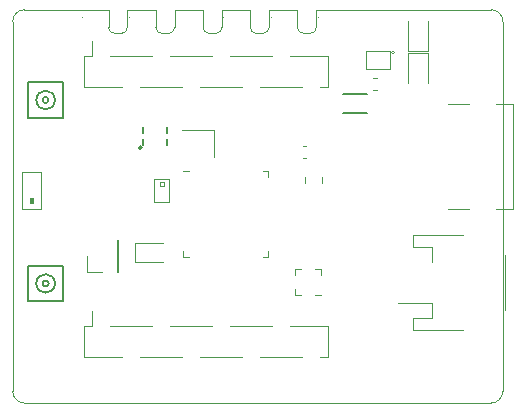
<source format=gbr>
G04 #@! TF.GenerationSoftware,KiCad,Pcbnew,(5.0.0)*
G04 #@! TF.CreationDate,2020-08-24T16:31:51+08:00*
G04 #@! TF.ProjectId,LeashPCB,4C656173685043422E6B696361645F70,B*
G04 #@! TF.SameCoordinates,Original*
G04 #@! TF.FileFunction,Legend,Top*
G04 #@! TF.FilePolarity,Positive*
%FSLAX46Y46*%
G04 Gerber Fmt 4.6, Leading zero omitted, Abs format (unit mm)*
G04 Created by KiCad (PCBNEW (5.0.0)) date 08/24/20 16:31:51*
%MOMM*%
%LPD*%
G01*
G04 APERTURE LIST*
%ADD10C,0.025400*%
%ADD11C,0.120000*%
%ADD12C,0.150000*%
%ADD13C,0.127000*%
%ADD14C,0.080000*%
%ADD15C,0.100000*%
G04 APERTURE END LIST*
D10*
X41500007Y1000000D02*
X41500007Y32300000D01*
X24114006Y33300010D02*
X21714004Y33300010D01*
X12113998Y33300010D02*
X9714004Y33300010D01*
X16114006Y33300010D02*
X13714004Y33300010D01*
X20114006Y33300010D02*
X17714004Y33300010D01*
X0Y32300009D02*
G75*
G02X999999Y33300010I1000000J1D01*
G01*
X1000000Y0D02*
G75*
G02X0Y1000000I0J1000000D01*
G01*
X25714004Y31800010D02*
G75*
G02X25214004Y31300010I-500000J0D01*
G01*
X24614006Y31300010D02*
G75*
G02X24114006Y31800010I0J500000D01*
G01*
X21714004Y31800010D02*
G75*
G02X21214004Y31300010I-500000J0D01*
G01*
X20614006Y31300010D02*
G75*
G02X20114006Y31800010I0J500000D01*
G01*
X17714004Y31800010D02*
G75*
G02X17214004Y31300010I-500000J0D01*
G01*
X9714004Y31800010D02*
G75*
G02X9214004Y31300010I-500000J0D01*
G01*
X8614006Y31300010D02*
G75*
G02X8114006Y31800010I0J500000D01*
G01*
X41500007Y1000000D02*
G75*
G02X40500007Y0I-1000000J0D01*
G01*
X40500007Y33300010D02*
G75*
G02X41500007Y32300000I0J-1000000D01*
G01*
X12613998Y31300010D02*
G75*
G02X12113998Y31800010I0J500000D01*
G01*
X13714004Y31800010D02*
G75*
G02X13214004Y31300010I-500000J0D01*
G01*
X16614006Y31300010D02*
G75*
G02X16114006Y31800010I0J500000D01*
G01*
X25714004Y31800010D02*
X25714004Y33300010D01*
X24114006Y33300010D02*
X24114006Y31800010D01*
X21714004Y31800010D02*
X21714004Y33300010D01*
X20614006Y31300010D02*
X21214004Y31300010D01*
X20114006Y33300010D02*
X20114006Y31800010D01*
X17714004Y31800010D02*
X17714004Y33300010D01*
X16114006Y33300010D02*
X16114006Y31800010D01*
X40500007Y33300010D02*
X25714004Y33300010D01*
X8113998Y33300010D02*
X1000000Y33300010D01*
X24614006Y31300010D02*
X25214004Y31300010D01*
X8113998Y33300010D02*
X8113998Y31800010D01*
X8614006Y31300010D02*
X9214004Y31300010D01*
X9714004Y31800010D02*
X9714004Y33300010D01*
X16614006Y31300010D02*
X17214004Y31300010D01*
X13714004Y31800010D02*
X13714004Y33300010D01*
X12613998Y31300010D02*
X13214004Y31300010D01*
X1000000Y0D02*
X40500007Y0D01*
X0Y32300010D02*
X0Y1000000D01*
X12113998Y33300010D02*
X12113998Y31800010D01*
D11*
G04 #@! TO.C,U9*
X26094005Y9135605D02*
X26094005Y9135605D01*
X25594005Y9135605D02*
X26094005Y9135605D01*
X26094005Y10835605D02*
X26094005Y10835605D01*
X26094005Y11335605D02*
X26094005Y10835605D01*
X25594005Y11335605D02*
X26094005Y11335605D01*
X24394005Y11335605D02*
X24394005Y11335605D01*
X23894005Y11335605D02*
X24394005Y11335605D01*
X23894005Y10835605D02*
X23894005Y11335605D01*
X23894005Y9635605D02*
X23894005Y9635605D01*
X23894005Y9135605D02*
X23894005Y9635605D01*
X24394005Y9135605D02*
X23894005Y9135605D01*
G04 #@! TO.C,AE2*
X6270000Y11120000D02*
X6270000Y12450000D01*
X7600000Y11120000D02*
X6270000Y11120000D01*
X8870000Y11120000D02*
X8870000Y13780000D01*
X8870000Y13780000D02*
X8930000Y13780000D01*
X8870000Y11120000D02*
X8930000Y11120000D01*
X8930000Y11120000D02*
X8930000Y13780000D01*
D12*
G04 #@! TO.C,J6*
X3575574Y25650000D02*
G75*
G03X3575574Y25650000I-790569J0D01*
G01*
X3035005Y25650000D02*
G75*
G03X3035005Y25650000I-250000J0D01*
G01*
X1285005Y27150000D02*
X4285005Y27150000D01*
X4285005Y27150000D02*
X4285005Y24150000D01*
X4285005Y24150000D02*
X1285005Y24150000D01*
X1285005Y24150000D02*
X1285005Y27150000D01*
D11*
G04 #@! TO.C,C12*
X30862779Y26465000D02*
X30537221Y26465000D01*
X30862779Y27485000D02*
X30537221Y27485000D01*
D12*
G04 #@! TO.C,L2*
X30000000Y24550000D02*
X28000000Y24550000D01*
X28000000Y26150000D02*
X30000000Y26150000D01*
D13*
G04 #@! TO.C,U5*
X11040005Y21850000D02*
X11040005Y22350000D01*
X13040005Y22350000D02*
X13040005Y21850000D01*
X13040005Y23350000D02*
X13040005Y22850000D01*
X11040005Y23350000D02*
X11040005Y22850000D01*
D12*
X10940005Y21600000D02*
G75*
G03X10940005Y21600000I-150000J0D01*
G01*
D14*
G04 #@! TO.C,U3*
X31925000Y28300000D02*
X31925000Y29800000D01*
X29925000Y28300000D02*
X31925000Y28300000D01*
X29925000Y29800000D02*
X29925000Y28300000D01*
X31925000Y29800000D02*
X29925000Y29800000D01*
D11*
X32295000Y29685000D02*
G75*
G03X32295000Y29685000I-100000J0D01*
G01*
G04 #@! TO.C,P1*
X42343505Y25324105D02*
X42343505Y16384105D01*
X36833505Y25324105D02*
X38633505Y25324105D01*
X42343505Y25324105D02*
X40883505Y25324105D01*
X42343505Y16384105D02*
X40883505Y16384105D01*
X36833505Y16384105D02*
X38633505Y16384105D01*
G04 #@! TO.C,D1*
X33478505Y29817605D02*
X33478505Y32367605D01*
X35178505Y29817605D02*
X35178505Y32367605D01*
X33478505Y29817605D02*
X35178505Y29817605D01*
G04 #@! TO.C,D9*
X35178505Y29642605D02*
X35178505Y27092605D01*
X33478505Y29642605D02*
X33478505Y27092605D01*
X35178505Y29642605D02*
X33478505Y29642605D01*
G04 #@! TO.C,Y2*
X12732005Y13512105D02*
X10332005Y13512105D01*
X10332005Y13512105D02*
X10332005Y11912105D01*
X10332005Y11912105D02*
X12732005Y11912105D01*
G04 #@! TO.C,J4*
X8228005Y6538000D02*
X11788005Y6538000D01*
X6038005Y6538000D02*
X6708005Y6538000D01*
X26008005Y3878000D02*
X26678005Y3878000D01*
X6708005Y6538000D02*
X6708005Y7748000D01*
X20928005Y3878000D02*
X24488005Y3878000D01*
X10768005Y3878000D02*
X14328005Y3878000D01*
X6038005Y3878000D02*
X6038005Y6538000D01*
X23468005Y6538000D02*
X26678005Y6538000D01*
X18388005Y6538000D02*
X21948005Y6538000D01*
X6038005Y3878000D02*
X9248005Y3878000D01*
X15848005Y3878000D02*
X19408005Y3878000D01*
X26678005Y3878000D02*
X26678005Y6538000D01*
X13308005Y6538000D02*
X16868005Y6538000D01*
X6038005Y26738000D02*
X6038005Y29398000D01*
X6038005Y29398000D02*
X6708005Y29398000D01*
X8228005Y29398000D02*
X11788005Y29398000D01*
X13308005Y29398000D02*
X16868005Y29398000D01*
X18388005Y29398000D02*
X21948005Y29398000D01*
X23468005Y29398000D02*
X26678005Y29398000D01*
X26678005Y26738000D02*
X26678005Y29398000D01*
X6038005Y26738000D02*
X9248005Y26738000D01*
X10768005Y26738000D02*
X14328005Y26738000D01*
X15848005Y26738000D02*
X19408005Y26738000D01*
X20928005Y26738000D02*
X24488005Y26738000D01*
X26008005Y26738000D02*
X26678005Y26738000D01*
X6708005Y29398000D02*
X6708005Y30608000D01*
D15*
G04 #@! TO.C,D7*
X25922505Y32651105D02*
G75*
G03X25922505Y32651105I-50000J0D01*
G01*
D11*
G04 #@! TO.C,U4*
X14886005Y19615605D02*
X14411005Y19615605D01*
X21631005Y12395605D02*
X21631005Y12870605D01*
X21156005Y12395605D02*
X21631005Y12395605D01*
X14411005Y12395605D02*
X14411005Y12870605D01*
X14886005Y12395605D02*
X14411005Y12395605D01*
X21631005Y19615605D02*
X21631005Y19140605D01*
X21156005Y19615605D02*
X21631005Y19615605D01*
G04 #@! TO.C,J1*
X38140000Y6140000D02*
X33890000Y6140000D01*
X33890000Y6140000D02*
X33890000Y7160000D01*
X33890000Y7160000D02*
X35490000Y7160000D01*
X35490000Y7160000D02*
X35490000Y8440000D01*
X35490000Y8440000D02*
X32600000Y8440000D01*
X38140000Y14260000D02*
X33890000Y14260000D01*
X33890000Y14260000D02*
X33890000Y13240000D01*
X33890000Y13240000D02*
X35490000Y13240000D01*
X35490000Y13240000D02*
X35490000Y11960000D01*
X41710000Y7860000D02*
X41710000Y12540000D01*
D15*
G04 #@! TO.C,AE1*
G36*
X1450000Y16900000D02*
X1450000Y17350000D01*
X1750000Y17350000D01*
X1750000Y16900000D01*
X1450000Y16900000D01*
G37*
X1450000Y16900000D02*
X1450000Y17350000D01*
X1750000Y17350000D01*
X1750000Y16900000D01*
X1450000Y16900000D01*
D11*
X800000Y16450000D02*
X2400000Y16450000D01*
X800000Y19550000D02*
X800000Y16450000D01*
X2400000Y19550000D02*
X800000Y19550000D01*
X2400000Y16450000D02*
X2400000Y19550000D01*
G04 #@! TO.C,B1*
X12780000Y18350000D02*
X12780000Y18700000D01*
X12480000Y18350000D02*
X12780000Y18350000D01*
X12480000Y18700000D02*
X12480000Y18350000D01*
X12780000Y18700000D02*
X12480000Y18700000D01*
D14*
X12005000Y19000000D02*
X13255000Y19000000D01*
X12005000Y17000000D02*
X12005000Y19000000D01*
X13255000Y17000000D02*
X12005000Y17000000D01*
X13255000Y19000000D02*
X13255000Y17000000D01*
D11*
G04 #@! TO.C,L4*
X24778900Y19156178D02*
X24778900Y18639022D01*
X26198900Y19156178D02*
X26198900Y18639022D01*
D15*
G04 #@! TO.C,D3*
X21922005Y32651105D02*
G75*
G03X21922005Y32651105I-50000J0D01*
G01*
G04 #@! TO.C,D2*
X17858005Y32651105D02*
G75*
G03X17858005Y32651105I-50000J0D01*
G01*
G04 #@! TO.C,D4*
X13794005Y32651105D02*
G75*
G03X13794005Y32651105I-50000J0D01*
G01*
G04 #@! TO.C,D5*
X9920505Y32651105D02*
G75*
G03X9920505Y32651105I-50000J0D01*
G01*
G04 #@! TO.C,D6*
X5920005Y32651105D02*
G75*
G03X5920005Y32651105I-50000J0D01*
G01*
D11*
G04 #@! TO.C,C24*
X24538721Y20711700D02*
X24864279Y20711700D01*
X24538721Y21731700D02*
X24864279Y21731700D01*
D12*
G04 #@! TO.C,J7*
X3575574Y10121305D02*
G75*
G03X3575574Y10121305I-790569J0D01*
G01*
X3035005Y10121305D02*
G75*
G03X3035005Y10121305I-250000J0D01*
G01*
X1285005Y11621305D02*
X4285005Y11621305D01*
X4285005Y11621305D02*
X4285005Y8621305D01*
X4285005Y8621305D02*
X1285005Y8621305D01*
X1285005Y8621305D02*
X1285005Y11621305D01*
D11*
G04 #@! TO.C,Y3*
X17073005Y20833105D02*
X17073005Y23133105D01*
X17073005Y23133105D02*
X14373005Y23133105D01*
G04 #@! TD*
M02*

</source>
